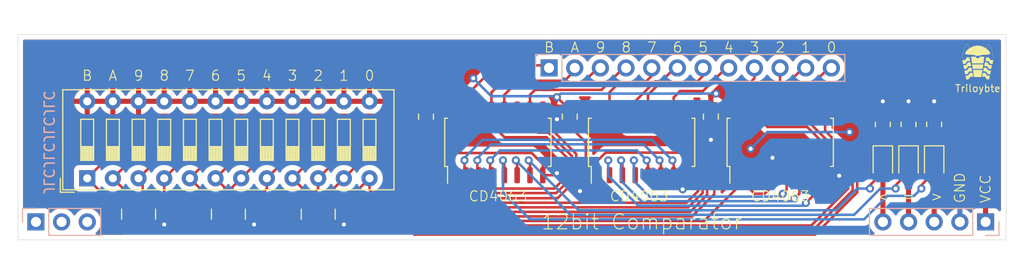
<source format=kicad_pcb>
(kicad_pcb (version 20211014) (generator pcbnew)
  (layers (0 "F.Cu" signal) (31 "B.Cu" signal) (34 "B.Paste" user) (35 "F.Paste" user) (36 "B.SilkS" user "B.Silkscreen") (37 "F.SilkS" user "F.Silkscreen") (38 "B.Mask" user) (39 "F.Mask" user) (44 "Edge.Cuts" user))
  (net 0 "")
  (net 1 "VCC")
  (net 2 "GND")
  (net 3 "Net-(U5-Pad5)")
  (net 4 "Net-(U5-Pad6)")
  (net 5 "Net-(U5-Pad7)")
  (net 6 "COUNT3")
  (net 7 "COUNT2")
  (net 8 "COUNT1")
  (net 9 "COUNT0")
  (net 10 "COUNT7")
  (net 11 "COUNT6")
  (net 12 "COUNT5")
  (net 13 "COUNT4")
  (net 14 "COUNT11")
  (net 15 "COUNT10")
  (net 16 "COUNT9")
  (net 17 "COUNT8")
  (net 18 "~{EQ0}")
  (net 19 "~{GT0}")
  (net 20 "~{LT0}")
  (net 21 "/Horizontal Timing/Comparator/D0_0")
  (net 22 "/Horizontal Timing/Comparator/D0_2")
  (net 23 "/Horizontal Timing/Comparator/D0_1")
  (net 24 "/Horizontal Timing/Comparator/D0_3")
  (net 25 "/Horizontal Timing/Comparator/D0_4")
  (net 26 "/Horizontal Timing/Comparator/D0_6")
  (net 27 "/Horizontal Timing/Comparator/D0_5")
  (net 28 "/Horizontal Timing/Comparator/D0_7")
  (net 29 "/Horizontal Timing/Comparator/D0_8")
  (net 30 "/Horizontal Timing/Comparator/D0_10")
  (net 31 "/Horizontal Timing/Comparator/D0_9")
  (net 32 "/Horizontal Timing/Comparator/D0_11")
  (net 33 "Net-(U4-Pad5)")
  (net 34 "Net-(U4-Pad6)")
  (net 35 "Net-(U4-Pad7)")
  (net 39 "Net-(D4-Pad1)")
  (net 40 "Net-(D5-Pad1)")
  (net 41 "Net-(D6-Pad1)")
  (footprint "LED_SMD:LED_0805_2012Metric" (layer "F.Cu") (at 197.612 99.06 -90)
    (fp_text reference "D6" hide)
    (fp_text value "LED" hide)
  )
  (footprint "Capacitor_SMD:C_0805_2012Metric" (layer "F.Cu") (at 161.544 94.488 -90)
    (fp_text reference "C11" hide)
    (fp_text value "C" hide)
  )
  (footprint "Capacitor_SMD:C_0805_2012Metric" (layer "F.Cu") (at 147.32 94.488 -90)
    (fp_text reference "C12" hide)
    (fp_text value "C" hide)
  )
  (footprint "Resistor_SMD:R_Array_Convex_4x0603" (layer "F.Cu") (at 118.872 104.14 -90)
    (fp_text reference "RN6" hide)
    (fp_text value "R_Pack04" hide)
  )
  (footprint "Resistor_SMD:R_Array_Convex_4x0603" (layer "F.Cu") (at 136.652 104.14 -90)
    (fp_text reference "RN4" hide)
    (fp_text value "R_Pack04" hide)
  )
  (footprint "Package_SO:SOIC-16_4.55x10.3mm_P1.27mm" (layer "F.Cu") (at 182.372 97.028 90)
    (fp_text reference "U4" hide)
    (fp_text value "CD4063" hide)
  )
  (footprint "Resistor_SMD:R_0805_2012Metric" (layer "F.Cu") (at 192.532 95.25 90)
    (fp_text reference "R4" hide)
    (fp_text value "R_US" hide)
  )
  (footprint "LED_SMD:LED_0805_2012Metric" (layer "F.Cu") (at 195.072 99.06 -90)
    (fp_text reference "D5" hide)
    (fp_text value "LED" hide)
  )
  (footprint "Resistor_SMD:R_0805_2012Metric" (layer "F.Cu") (at 195.072 95.25 90)
    (fp_text reference "R5" hide)
    (fp_text value "R_US" hide)
  )
  (footprint "Resistor_SMD:R_0805_2012Metric" (layer "F.Cu") (at 197.612 95.25 90)
    (fp_text reference "R6" hide)
    (fp_text value "R_US" hide)
  )
  (footprint "Package_SO:SOIC-16_4.55x10.3mm_P1.27mm" (layer "F.Cu") (at 154.432 97.028 90)
    (fp_text reference "U6" hide)
    (fp_text value "CD4063" hide)
  )
  (footprint "LED_SMD:LED_0805_2012Metric" (layer "F.Cu") (at 192.532 99.06 -90)
    (fp_text reference "D4" hide)
    (fp_text value "LED" hide)
  )
  (footprint "Stephenv6:trilobyte-logo-tiny" (layer "F.Cu") (at 201.92 83.188558)
    (fp_text reference "REF**" hide)
    (fp_text value "trilobyte-logo-tiny" hide)
  )
  (footprint "Button_Switch_THT:SW_DIP_SPSTx12_Slide_9.78x32.66mm_W7.62mm_P2.54mm" (layer "F.Cu") (at 113.787 100.584 90)
    (fp_text reference "SW2" hide)
    (fp_text value "SW_DIP_x12" hide)
  )
  (footprint "Resistor_SMD:R_Array_Convex_4x0603" (layer "F.Cu") (at 127.762 104.14 -90)
    (fp_text reference "RN5" hide)
    (fp_text value "R_Pack04" hide)
  )
  (footprint "Package_SO:SOIC-16_4.55x10.3mm_P1.27mm" (layer "F.Cu") (at 168.656 97.028 90)
    (fp_text reference "U5" hide)
    (fp_text value "CD4063" hide)
  )
  (footprint "Capacitor_SMD:C_0805_2012Metric" (layer "F.Cu") (at 175.514 94.488 -90)
    (fp_text reference "C13" hide)
    (fp_text value "C" hide)
  )
  (footprint "Connector_PinHeader_2.54mm:PinHeader_1x05_P2.54mm_Vertical" (layer "B.Cu") (at 202.697 104.902 90)
    (fp_text reference "J8" hide)
    (fp_text value "Conn_01x05" hide)
  )
  (footprint "Connector_PinHeader_2.54mm:PinHeader_1x03_P2.54mm_Vertical" (layer "B.Cu") (at 108.712 104.902 -90)
    (fp_text reference "J29" hide)
    (fp_text value "Conn_01x03" hide)
  )
  (footprint "Connector_PinHeader_2.54mm:PinHeader_1x12_P2.54mm_Vertical" (layer "B.Cu") (at 159.497 89.662 -90)
    (fp_text reference "J7" hide)
    (fp_text value "Conn_01x12" hide)
  )
  (gr_rect (start 106.934 106.68) (end 204.724 86.36) (layer "Edge.Cuts") (width 0.05) (fill none))
  (gr_text "JLCJLCJLCJLC" (at 109.982 97.028 270) (layer "B.SilkS") (effects (font (size 1 1)) (justify mirror)))
  (gr_text "7" (at 123.952 90.424) (layer "F.SilkS") (effects (font (size 1 1) (thickness 0.1))))
  (gr_text "6" (at 172.212 87.63) (layer "F.SilkS") (effects (font (size 1 1) (thickness 0.1))))
  (gr_text "1" (at 139.192 90.424) (layer "F.SilkS") (effects (font (size 1 1) (thickness 0.1))))
  (gr_text "<" (at 192.532 102.362) (layer "F.SilkS") (effects (font (size 1 1) (thickness 0.1))))
  (gr_text "=" (at 195.072 102.362) (layer "F.SilkS") (effects (font (size 1 1) (thickness 0.1))))
  (gr_text "0" (at 141.732 90.424) (layer "F.SilkS") (effects (font (size 1 1) (thickness 0.1))))
  (gr_text "B" (at 159.512 87.63) (layer "F.SilkS") (effects (font (size 1 1) (thickness 0.1))))
  (gr_text "5" (at 129.032 90.424) (layer "F.SilkS") (effects (font (size 1 1) (thickness 0.1))))
  (gr_text "7" (at 169.672 87.63) (layer "F.SilkS") (effects (font (size 1 1) (thickness 0.1))))
  (gr_text "9" (at 164.592 87.63) (layer "F.SilkS") (effects (font (size 1 1) (thickness 0.1))))
  (gr_text "CD4063" (at 182.387 102.362) (layer "F.SilkS") (effects (font (size 1 1) (thickness 0.1))))
  (gr_text "9" (at 118.872 90.424) (layer "F.SilkS") (effects (font (size 1 1) (thickness 0.1))))
  (gr_text "VCC" (at 202.692 103.124 90) (layer "F.SilkS") (effects (font (size 1 1) (thickness 0.1)) (justify left)))
  (gr_text "4" (at 177.292 87.63) (layer "F.SilkS") (effects (font (size 1 1) (thickness 0.1))))
  (gr_text "5" (at 174.752 87.63) (layer "F.SilkS") (effects (font (size 1 1) (thickness 0.1))))
  (gr_text "8" (at 121.412 90.424) (layer "F.SilkS") (effects (font (size 1 1) (thickness 0.1))))
  (gr_text "0" (at 187.452 87.63) (layer "F.SilkS") (effects (font (size 1 1) (thickness 0.1))))
  (gr_text "A" (at 162.052 87.63) (layer "F.SilkS") (effects (font (size 1 1) (thickness 0.1))))
  (gr_text "GND" (at 200.152 103.124 90) (layer "F.SilkS") (effects (font (size 1 1) (thickness 0.1)) (justify left)))
  (gr_text "8" (at 167.132 87.63) (layer "F.SilkS") (effects (font (size 1 1) (thickness 0.1))))
  (gr_text "Triloybte" (at 201.93 91.694) (layer "F.SilkS") (effects (font (size 0.7 0.7) (thickness 0.1))))
  (gr_text "3" (at 134.112 90.424) (layer "F.SilkS") (effects (font (size 1 1) (thickness 0.1))))
  (gr_text "6" (at 126.492 90.424) (layer "F.SilkS") (effects (font (size 1 1) (thickness 0.1))))
  (gr_text "A" (at 116.332 90.424) (layer "F.SilkS") (effects (font (size 1 1) (thickness 0.1))))
  (gr_text "3" (at 179.832 87.63) (layer "F.SilkS") (effects (font (size 1 1) (thickness 0.1))))
  (gr_text "12bit Comparator" (at 168.656 104.902) (layer "F.SilkS") (effects (font (size 1.5 1.5) (thickness 0.1))))
  (gr_text "B" (at 113.792 90.424) (layer "F.SilkS") (effects (font (size 1 1) (thickness 0.1))))
  (gr_text "1" (at 184.912 87.63) (layer "F.SilkS") (effects (font (size 1 1) (thickness 0.1))))
  (gr_text "CD4063" (at 154.447 102.362) (layer "F.SilkS") (effects (font (size 1 1) (thickness 0.1))))
  (gr_text "4" (at 131.572 90.424) (layer "F.SilkS") (effects (font (size 1 1) (thickness 0.1))))
  (gr_text "2" (at 182.372 87.63) (layer "F.SilkS") (effects (font (size 1 1) (thickness 0.1))))
  (gr_text "2" (at 136.652 90.424) (layer "F.SilkS") (effects (font (size 1 1) (thickness 0.1))))
  (gr_text ">" (at 197.866 102.362) (layer "F.SilkS") (effects (font (size 1 1) (thickness 0.1))))
  (gr_text "CD4063" (at 168.417 102.362) (layer "F.SilkS") (effects (font (size 1 1) (thickness 0.1))))
  (segment (start 149.747 93.538) (end 147.32 93.538) (width 0.25) (layer "F.Cu") (net 1))
  (segment (start 175.514 92.71) (end 176.022 92.202) (width 0.25) (layer "F.Cu") (net 1))
  (segment (start 177.927 96.139) (end 177.927 93.778) (width 0.25) (layer "F.Cu") (net 1))
  (segment (start 164.211 93.778) (end 161.784 93.778) (width 0.25) (layer "F.Cu") (net 1))
  (segment (start 180.467 98.679) (end 177.927 96.139) (width 0.25) (layer "F.Cu") (net 1))
  (segment (start 175.514 93.538) (end 177.687 93.538) (width 0.25) (layer "F.Cu") (net 1))
  (segment (start 161.544 93.538) (end 161.256478 93.538) (width 0.25) (layer "F.Cu") (net 1))
  (segment (start 177.687 93.538) (end 177.927 93.778) (width 0.25) (layer "F.Cu") (net 1))
  (segment (start 175.514 93.538) (end 175.514 92.71) (width 0.25) (layer "F.Cu") (net 1))
  (segment (start 161.256478 93.538) (end 160.274 92.555522) (width 0.25) (layer "F.Cu") (net 1))
  (segment (start 149.987 93.778) (end 149.747 93.538) (width 0.25) (layer "F.Cu") (net 1))
  (segment (start 161.784 93.778) (end 161.544 93.538) (width 0.25) (layer "F.Cu") (net 1))
  (segment (start 180.467 100.278) (end 180.467 98.679) (width 0.25) (layer "F.Cu") (net 1))
  (via (at 160.274 92.555522) (size 0.8) (drill 0.4) (layers "F.Cu" "B.Cu") (net 1))
  (via (at 176.022 92.202) (size 0.8) (drill 0.4) (layers "F.Cu" "B.Cu") (net 1))
  (via (at 151.991896 90.678) (size 0.8) (drill 0.4) (layers "F.Cu" "B.Cu") (net 1))
  (via (at 179.451 97.663) (size 0.8) (drill 0.4) (layers "F.Cu" "B.Cu") (net 1))
  (via (at 189.23 96.012) (size 0.8) (drill 0.4) (layers "F.Cu" "B.Cu") (net 1))
  (segment (start 181.102 96.012) (end 189.23 96.012) (width 0.25) (layer "B.Cu") (net 1))
  (segment (start 160.174478 92.456) (end 160.274 92.555522) (width 0.25) (layer "B.Cu") (net 1))
  (segment (start 179.451 97.663) (end 181.102 96.012) (width 0.25) (layer "B.Cu") (net 1))
  (segment (start 176.022 92.202) (end 160.627522 92.202) (width 0.25) (layer "B.Cu") (net 1))
  (segment (start 160.627522 92.202) (end 160.274 92.555522) (width 0.25) (layer "B.Cu") (net 1))
  (segment (start 153.769896 92.456) (end 160.174478 92.456) (width 0.25) (layer "B.Cu") (net 1))
  (segment (start 151.991896 90.678) (end 153.769896 92.456) (width 0.25) (layer "B.Cu") (net 1))
  (segment (start 192.532 94.3375) (end 192.532 92.964) (width 0.5) (layer "F.Cu") (net 2))
  (segment (start 181.737 101.219) (end 181.737 100.278) (width 0.25) (layer "F.Cu") (net 2))
  (segment (start 157.780099 98.081499) (end 158.204501 98.505901) (width 0.25) (layer "F.Cu") (net 2))
  (segment (start 120.072 105.04) (end 121.296 105.04) (width 0.25) (layer "F.Cu") (net 2))
  (segment (start 188.162 100.278) (end 188.214 100.33) (width 0.25) (layer "F.Cu") (net 2))
  (segment (start 160.97 95.438) (end 160.274 94.742) (width 0.25) (layer "F.Cu") (net 2))
  (segment (start 180.848 102.108) (end 181.737 101.219) (width 0.25) (layer "F.Cu") (net 2))
  (segment (start 173.101 101.294945) (end 172.72 101.675945) (width 0.25) (layer "F.Cu") (net 2))
  (segment (start 195.072 94.3375) (end 195.072 92.964) (width 0.5) (layer "F.Cu") (net 2))
  (segment (start 158.204501 98.505901) (end 158.204501 98.514501) (width 0.25) (layer "F.Cu") (net 2))
  (segment (start 175.514 95.438) (end 175.514 96.774) (width 0.25) (layer "F.Cu") (net 2))
  (segment (start 135.452 105.04) (end 137.852 105.04) (width 0.25) (layer "F.Cu") (net 2))
  (segment (start 173.101 100.278) (end 173.101 101.294945) (width 0.25) (layer "F.Cu") (net 2))
  (segment (start 179.197 100.278) (end 179.197 101.473) (width 0.25) (layer "F.Cu") (net 2))
  (segment (start 130.186 105.04) (end 130.302 105.156) (width 0.25) (layer "F.Cu") (net 2))
  (segment (start 160.072 100.278) (end 160.274 100.076) (width 0.25) (layer "F.Cu") (net 2))
  (segment (start 158.877 99.187) (end 158.877 100.278) (width 0.25) (layer "F.Cu") (net 2))
  (segment (start 139.076 105.04) (end 139.192 105.156) (width 0.25) (layer "F.Cu") (net 2))
  (segment (start 186.817 100.278) (end 188.162 100.278) (width 0.25) (layer "F.Cu") (net 2))
  (segment (start 128.962 105.04) (end 126.562 105.04) (width 0.25) (layer "F.Cu") (net 2))
  (segment (start 163.134 97.028) (end 163.134 101.28) (width 0.25) (layer "F.Cu") (net 2))
  (segment (start 181.737 100.278) (end 181.737 98.679) (width 0.25) (layer "F.Cu") (net 2))
  (segment (start 121.296 105.04) (end 121.412 105.156) (width 0.25) (layer "F.Cu") (net 2))
  (segment (start 163.134 101.28) (end 162.56 101.854) (width 0.25) (layer "F.Cu") (net 2))
  (segment (start 161.544 95.438) (end 163.134 97.028) (width 0.25) (layer "F.Cu") (net 2))
  (segment (start 158.204501 98.514501) (end 158.877 99.187) (width 0.25) (layer "F.Cu") (net 2))
  (segment (start 161.544 95.438) (end 160.97 95.438) (width 0.25) (layer "F.Cu") (net 2))
  (segment (start 179.197 101.473) (end 179.832 102.108) (width 0.25) (layer "F.Cu") (net 2))
  (segment (start 147.32 95.438) (end 149.963499 98.081499) (width 0.25) (layer "F.Cu") (net 2))
  (segment (start 179.832 102.108) (end 180.848 102.108) (width 0.25) (layer "F.Cu") (net 2))
  (segment (start 120.072 105.04) (end 117.672 105.04) (width 0.25) (layer "F.Cu") (net 2))
  (segment (start 149.963499 98.081499) (end 157.780099 98.081499) (width 0.25) (layer "F.Cu") (net 2))
  (segment (start 137.852 105.04) (end 139.076 105.04) (width 0.25) (layer "F.Cu") (net 2))
  (segment (start 181.737 98.679) (end 181.61 98.552) (width 0.25) (layer "F.Cu") (net 2))
  (segment (start 158.877 100.278) (end 160.072 100.278) (width 0.25) (layer "F.Cu") (net 2))
  (segment (start 197.612 94.3375) (end 197.612 92.964) (width 0.5) (layer "F.Cu") (net 2))
  (segment (start 128.962 105.04) (end 130.186 105.04) (width 0.25) (layer "F.Cu") (net 2))
  (via (at 192.532 92.964) (size 0.8) (drill 0.4) (layers "F.Cu" "B.Cu") (net 2))
  (via (at 175.514 96.774) (size 0.8) (drill 0.4) (layers "F.Cu" "B.Cu") (net 2))
  (via (at 172.72 101.675945) (size 0.8) (drill 0.4) (layers "F.Cu" "B.Cu") (net 2))
  (via (at 188.214 100.33) (size 0.8) (drill 0.4) (layers "F.Cu" "B.Cu") (net 2))
  (via (at 139.192 105.156) (size 0.8) (drill 0.4) (layers "F.Cu" "B.Cu") (net 2))
  (via (at 197.612 92.964) (size 0.8) (drill 0.4) (layers "F.Cu" "B.Cu") (net 2))
  (via (at 121.412 105.156) (size 0.8) (drill 0.4) (layers "F.Cu" "B.Cu") (net 2))
  (via (at 160.274 100.076) (size 0.8) (drill 0.4) (layers "F.Cu" "B.Cu") (net 2))
  (via (at 195.072 92.964) (size 0.8) (drill 0.4) (layers "F.Cu" "B.Cu") (net 2))
  (via (at 130.302 105.156) (size 0.8) (drill 0.4) (layers "F.Cu" "B.Cu") (net 2))
  (via (at 160.274 94.742) (size 0.8) (drill 0.4) (layers "F.Cu" "B.Cu") (net 2))
  (via (at 181.61 98.552) (size 0.8) (drill 0.4) (layers "F.Cu" "B.Cu") (net 2))
  (via (at 162.56 101.854) (size 0.8) (drill 0.4) (layers "F.Cu" "B.Cu") (net 2))
  (segment (start 169.291 98.933) (end 169.164 98.806) (width 0.25) (layer "F.Cu") (net 3))
  (segment (start 153.67 100.151) (end 153.797 100.278) (width 0.25) (layer "F.Cu") (net 3))
  (segment (start 169.291 100.278) (end 169.291 98.933) (width 0.25) (layer "F.Cu") (net 3))
  (segment (start 153.67 98.806) (end 153.67 100.151) (width 0.25) (layer "F.Cu") (net 3))
  (via (at 169.164 98.806) (size 0.8) (drill 0.4) (layers "F.Cu" "B.Cu") (net 3))
  (via (at 153.67 98.806) (size 0.8) (drill 0.4) (layers "F.Cu" "B.Cu") (net 3))
  (segment (start 168.185499 97.827499) (end 154.639901 97.827499) (width 0.25) (layer "B.Cu") (net 3))
  (segment (start 153.67 98.7974) (end 153.67 98.806) (width 0.25) (layer "B.Cu") (net 3))
  (segment (start 154.639901 97.827499) (end 153.67 98.7974) (width 0.25) (layer "B.Cu") (net 3))
  (segment (start 169.164 98.806) (end 168.185499 97.827499) (width 0.25) (layer "B.Cu") (net 3))
  (segment (start 170.561 98.933) (end 170.434 98.806) (width 0.25) (layer "F.Cu") (net 4))
  (segment (start 152.4 100.151) (end 152.527 100.278) (width 0.25) (layer "F.Cu") (net 4))
  (segment (start 152.4 98.806) (end 152.4 100.151) (width 0.25) (layer "F.Cu") (net 4))
  (segment (start 170.561 100.278) (end 170.561 98.933) (width 0.25) (layer "F.Cu") (net 4))
  (via (at 152.4 98.806) (size 0.8) (drill 0.4) (layers "F.Cu" "B.Cu") (net 4))
  (via (at 170.434 98.806) (size 0.8) (drill 0.4) (layers "F.Cu" "B.Cu") (net 4))
  (segment (start 168.85151 97.22351) (end 153.757389 97.223511) (width 0.25) (layer "B.Cu") (net 4))
  (segment (start 170.434 98.806) (end 168.85151 97.22351) (width 0.25) (layer "B.Cu") (net 4))
  (segment (start 153.757389 97.223511) (end 152.4 98.5809) (width 0.25) (layer "B.Cu") (net 4))
  (segment (start 152.4 98.5809) (end 152.4 98.806) (width 0.25) (layer "B.Cu") (net 4))
  (segment (start 171.831 98.933) (end 171.704 98.806) (width 0.25) (layer "F.Cu") (net 5))
  (segment (start 151.13 100.151) (end 151.257 100.278) (width 0.25) (layer "F.Cu") (net 5))
  (segment (start 151.13 98.806) (end 151.13 100.151) (width 0.25) (layer "F.Cu") (net 5))
  (segment (start 171.831 100.278) (end 171.831 98.933) (width 0.25) (layer "F.Cu") (net 5))
  (via (at 171.704 98.806) (size 0.8) (drill 0.4) (layers "F.Cu" "B.Cu") (net 5))
  (via (at 151.13 98.806) (size 0.8) (drill 0.4) (layers "F.Cu" "B.Cu") (net 5))
  (segment (start 171.704 98.806) (end 169.672 96.774) (width 0.25) (layer "B.Cu") (net 5))
  (segment (start 169.672 96.774) (end 168.402 96.774) (width 0.25) (layer "B.Cu") (net 5))
  (segment (start 151.638 98.044) (end 151.13 98.552) (width 0.25) (layer "B.Cu") (net 5))
  (segment (start 152.908 96.774) (end 151.638 98.044) (width 0.25) (layer "B.Cu") (net 5))
  (segment (start 168.402 96.774) (end 152.908 96.774) (width 0.25) (layer "B.Cu") (net 5))
  (segment (start 151.13 98.552) (end 151.13 98.806) (width 0.25) (layer "B.Cu") (net 5))
  (segment (start 179.197 91.313) (end 179.197 93.778) (width 0.25) (layer "F.Cu") (net 6))
  (segment (start 179.817 89.408) (end 179.817 90.693) (width 0.25) (layer "F.Cu") (net 6))
  (segment (start 179.817 90.693) (end 179.197 91.313) (width 0.25) (layer "F.Cu") (net 6))
  (segment (start 182.357 90.947) (end 181.737 91.567) (width 0.25) (layer "F.Cu") (net 7))
  (segment (start 182.357 89.408) (end 182.357 90.947) (width 0.25) (layer "F.Cu") (net 7))
  (segment (start 181.737 91.567) (end 181.737 93.778) (width 0.25) (layer "F.Cu") (net 7))
  (segment (start 183.007 91.298) (end 183.007 93.778) (width 0.25) (layer "F.Cu") (net 8))
  (segment (start 184.897 89.408) (end 183.007 91.298) (width 0.25) (layer "F.Cu") (net 8))
  (segment (start 185.547 91.298) (end 185.547 93.778) (width 0.25) (layer "F.Cu") (net 9))
  (segment (start 187.437 89.408) (end 185.547 91.298) (width 0.25) (layer "F.Cu") (net 9))
  (segment (start 165.481 92.075) (end 165.481 93.778) (width 0.25) (layer "F.Cu") (net 10))
  (segment (start 169.657 90.439) (end 168.656 91.44) (width 0.25) (layer "F.Cu") (net 10))
  (segment (start 169.657 89.408) (end 169.657 90.439) (width 0.25) (layer "F.Cu") (net 10))
  (segment (start 168.656 91.44) (end 166.116 91.44) (width 0.25) (layer "F.Cu") (net 10))
  (segment (start 166.116 91.44) (end 165.481 92.075) (width 0.25) (layer "F.Cu") (net 10))
  (segment (start 169.993806 90.99049) (end 168.021 92.963296) (width 0.25) (layer "F.Cu") (net 11))
  (segment (start 170.614511 90.990489) (end 169.993806 90.99049) (width 0.25) (layer "F.Cu") (net 11))
  (segment (start 168.021 92.963296) (end 168.021 93.778) (width 0.25) (layer "F.Cu") (net 11))
  (segment (start 172.197 89.408) (end 170.614511 90.990489) (width 0.25) (layer "F.Cu") (net 11))
  (segment (start 169.291 92.329) (end 169.291 93.778) (width 0.25) (layer "F.Cu") (net 12))
  (segment (start 170.18 91.44) (end 169.291 92.329) (width 0.25) (layer "F.Cu") (net 12))
  (segment (start 174.737 90.439) (end 173.736 91.44) (width 0.25) (layer "F.Cu") (net 12))
  (segment (start 174.737 89.408) (end 174.737 90.439) (width 0.25) (layer "F.Cu") (net 12))
  (segment (start 173.736 91.44) (end 170.18 91.44) (width 0.25) (layer "F.Cu") (net 12))
  (segment (start 172.466 91.948) (end 171.831 92.583) (width 0.25) (layer "F.Cu") (net 13))
  (segment (start 174.737 91.948) (end 172.466 91.948) (width 0.25) (layer "F.Cu") (net 13))
  (segment (start 177.277 89.408) (end 174.737 91.948) (width 0.25) (layer "F.Cu") (net 13))
  (segment (start 171.831 92.583) (end 171.831 93.778) (width 0.25) (layer "F.Cu") (net 13))
  (segment (start 151.257 92.437496) (end 151.257 93.778) (width 0.25) (layer "F.Cu") (net 14))
  (segment (start 154.286496 89.408) (end 151.257 92.437496) (width 0.25) (layer "F.Cu") (net 14))
  (segment (start 159.497 89.408) (end 154.286496 89.408) (width 0.25) (layer "F.Cu") (net 14))
  (segment (start 153.797 92.075) (end 153.797 93.778) (width 0.25) (layer "F.Cu") (net 15))
  (segment (start 162.037 89.408) (end 162.037 89.931) (width 0.25) (layer "F.Cu") (net 15))
  (segment (start 162.037 89.931) (end 161.036 90.932) (width 0.25) (layer "F.Cu") (net 15))
  (segment (start 161.036 90.932) (end 154.94 90.932) (width 0.25) (layer "F.Cu") (net 15))
  (segment (start 154.94 90.932) (end 153.797 92.075) (width 0.25) (layer "F.Cu") (net 15))
  (segment (start 162.603489 91.381511) (end 164.577 89.408) (width 0.25) (layer "F.Cu") (net 16))
  (segment (start 156.014489 91.381511) (end 162.603489 91.381511) (width 0.25) (layer "F.Cu") (net 16))
  (segment (start 155.067 92.329) (end 156.014489 91.381511) (width 0.25) (layer "F.Cu") (net 16))
  (segment (start 155.067 93.778) (end 155.067 92.329) (width 0.25) (layer "F.Cu") (net 16))
  (segment (start 157.607 92.329) (end 157.607 93.778) (width 0.25) (layer "F.Cu") (net 17))
  (segment (start 164.693978 91.831022) (end 158.104978 91.831022) (width 0.25) (layer "F.Cu") (net 17))
  (segment (start 167.117 89.408) (end 164.693978 91.831022) (width 0.25) (layer "F.Cu") (net 17))
  (segment (start 158.104978 91.831022) (end 157.607 92.329) (width 0.25) (layer "F.Cu") (net 17))
  (segment (start 195.072 104.643) (end 195.077 104.648) (width 0.5) (layer "F.Cu") (net 18))
  (segment (start 195.072 99.9975) (end 195.072 104.643) (width 0.5) (layer "F.Cu") (net 18))
  (segment (start 156.337 100.278) (end 156.337 98.933) (width 0.25) (layer "F.Cu") (net 18))
  (segment (start 156.337 98.933) (end 156.21 98.806) (width 0.25) (layer "F.Cu") (net 18))
  (segment (start 193.802 101.2675) (end 195.072 99.9975) (width 0.25) (layer "F.Cu") (net 18))
  (segment (start 193.802 101.6) (end 193.802 101.2675) (width 0.25) (layer "F.Cu") (net 18))
  (via (at 193.802 101.6) (size 0.8) (drill 0.4) (layers "F.Cu" "B.Cu") (net 18))
  (via (at 156.21 98.806) (size 0.8) (drill 0.4) (layers "F.Cu" "B.Cu") (net 18))
  (segment (start 156.21 98.806) (end 161.602489 104.198489) (width 0.25) (layer "B.Cu") (net 18))
  (segment (start 192.2866 101.6) (end 193.802 101.6) (width 0.25) (layer "B.Cu") (net 18))
  (segment (start 189.688111 104.198489) (end 192.2866 101.6) (width 0.25) (layer "B.Cu") (net 18))
  (segment (start 161.602489 104.198489) (end 189.688111 104.198489) (width 0.25) (layer "B.Cu") (net 18))
  (segment (start 197.612 99.9975) (end 197.612 104.643) (width 0.5) (layer "F.Cu") (net 19))
  (segment (start 196.342 101.2675) (end 197.612 99.9975) (width 0.25) (layer "F.Cu") (net 19))
  (segment (start 197.612 104.643) (end 197.617 104.648) (width 0.5) (layer "F.Cu") (net 19))
  (segment (start 196.342 101.6) (end 196.342 101.2675) (width 0.25) (layer "F.Cu") (net 19))
  (segment (start 155.067 98.933) (end 154.94 98.806) (width 0.25) (layer "F.Cu") (net 19))
  (segment (start 155.067 100.278) (end 155.067 98.933) (width 0.25) (layer "F.Cu") (net 19))
  (via (at 154.94 98.806) (size 0.8) (drill 0.4) (layers "F.Cu" "B.Cu") (net 19))
  (via (at 196.342 101.6) (size 0.8) (drill 0.4) (layers "F.Cu" "B.Cu") (net 19))
  (segment (start 192.993901 102.324501) (end 195.617499 102.324501) (width 0.25) (layer "B.Cu") (net 19))
  (segment (start 157.606296 104.648) (end 190.670402 104.648) (width 0.25) (layer "B.Cu") (net 19))
  (segment (start 154.94 101.981704) (end 157.606296 104.648) (width 0.25) (layer "B.Cu") (net 19))
  (segment (start 195.617499 102.324501) (end 196.342 101.6) (width 0.25) (layer "B.Cu") (net 19))
  (segment (start 154.94 98.806) (end 154.94 101.981704) (width 0.25) (layer "B.Cu") (net 19))
  (segment (start 190.670402 104.648) (end 192.993901 102.324501) (width 0.25) (layer "B.Cu") (net 19))
  (segment (start 157.607 98.933) (end 157.48 98.806) (width 0.25) (layer "F.Cu") (net 20))
  (segment (start 192.537 104.648) (end 192.537 100.0025) (width 0.5) (layer "F.Cu") (net 20))
  (segment (start 192.537 100.0025) (end 192.532 99.9975) (width 0.5) (layer "F.Cu") (net 20))
  (segment (start 191.262 101.6) (end 191.262 101.2675) (width 0.25) (layer "F.Cu") (net 20))
  (segment (start 191.262 101.2675) (end 192.532 99.9975) (width 0.25) (layer "F.Cu") (net 20))
  (segment (start 157.607 100.278) (end 157.607 98.933) (width 0.25) (layer "F.Cu") (net 20))
  (via (at 157.48 98.806) (size 0.8) (drill 0.4) (layers "F.Cu" "B.Cu") (net 20))
  (via (at 191.262 101.6) (size 0.8) (drill 0.4) (layers "F.Cu" "B.Cu") (net 20))
  (segment (start 162.422978 103.748978) (end 187.843022 103.748978) (width 0.25) (layer "B.Cu") (net 20))
  (segment (start 189.992 101.6) (end 191.262 101.6) (width 0.25) (layer "B.Cu") (net 20))
  (segment (start 157.48 98.806) (end 162.422978 103.748978) (width 0.25) (layer "B.Cu") (net 20))
  (segment (start 187.843022 103.748978) (end 189.992 101.6) (width 0.25) (layer "B.Cu") (net 20))
  (segment (start 185.821518 106.153594) (end 189.992 101.983112) (width 0.25) (layer "F.Cu") (net 21))
  (segment (start 189.992 101.983112) (end 189.992 99.06) (width 0.25) (layer "F.Cu") (net 21))
  (segment (start 141.727 100.584) (end 141.727 101.71537) (width 0.25) (layer "F.Cu") (net 21))
  (segment (start 139.949 102.362) (end 138.43 102.362) (width 0.25) (layer "F.Cu") (net 21))
  (segment (start 138.43 102.362) (end 137.852 102.94) (width 0.25) (layer "F.Cu") (net 21))
  (segment (start 189.992 99.06) (end 186.817 95.885) (width 0.25) (layer "F.Cu") (net 21))
  (segment (start 141.727 101.71537) (end 146.165224 106.153594) (width 0.25) (layer "F.Cu") (net 21))
  (segment (start 186.817 95.885) (end 186.817 93.778) (width 0.25) (layer "F.Cu") (net 21))
  (segment (start 137.852 102.94) (end 137.852 103.24) (width 0.25) (layer "F.Cu") (net 21))
  (segment (start 146.165224 106.153594) (end 185.821518 106.153594) (width 0.25) (layer "F.Cu") (net 21))
  (segment (start 141.727 100.584) (end 139.949 102.362) (width 0.25) (layer "F.Cu") (net 21))
  (segment (start 181.102 95.504) (end 180.467 94.869) (width 0.25) (layer "F.Cu") (net 22))
  (segment (start 136.647 100.584) (end 138.874511 98.356489) (width 0.25) (layer "F.Cu") (net 22))
  (segment (start 136.647 101.605) (end 136.252 102) (width 0.25) (layer "F.Cu") (net 22))
  (segment (start 185.449131 105.254573) (end 189.092978 101.610726) (width 0.25) (layer "F.Cu") (net 22))
  (segment (start 136.647 100.584) (end 136.647 101.605) (width 0.25) (layer "F.Cu") (net 22))
  (segment (start 143.705511 99.891215) (end 143.705512 102.048104) (width 0.25) (layer "F.Cu") (net 22))
  (segment (start 189.092978 101.610726) (end 189.092978 99.548674) (width 0.25) (layer "F.Cu") (net 22))
  (segment (start 143.705512 102.048104) (end 146.911979 105.254571) (width 0.25) (layer "F.Cu") (net 22))
  (segment (start 188.700292 99.155988) (end 188.6996 99.155988) (width 0.25) (layer "F.Cu") (net 22))
  (segment (start 189.092978 99.548674) (end 188.700292 99.155988) (width 0.25) (layer "F.Cu") (net 22))
  (segment (start 142.170787 98.356491) (end 143.705511 99.891215) (width 0.25) (layer "F.Cu") (net 22))
  (segment (start 136.252 102) (end 136.252 103.24) (width 0.25) (layer "F.Cu") (net 22))
  (segment (start 180.467 94.869) (end 180.467 93.778) (width 0.25) (layer "F.Cu") (net 22))
  (segment (start 138.874511 98.356489) (end 142.170787 98.356491) (width 0.25) (layer "F.Cu") (net 22))
  (segment (start 146.911979 105.254571) (end 185.449131 105.254573) (width 0.25) (layer "F.Cu") (net 22))
  (segment (start 188.6996 99.155988) (end 185.047612 95.504) (width 0.25) (layer "F.Cu") (net 22))
  (segment (start 185.047612 95.504) (end 181.102 95.504) (width 0.25) (layer "F.Cu") (net 22))
  (segment (start 185.635324 105.704084) (end 146.725786 105.704082) (width 0.25) (layer "F.Cu") (net 23))
  (segment (start 143.256 102.234296) (end 143.256 100.077408) (width 0.25) (layer "F.Cu") (net 23))
  (segment (start 139.187 100.584) (end 137.052 102.719) (width 0.25) (layer "F.Cu") (net 23))
  (segment (start 141.984593 98.806001) (end 140.965 98.806) (width 0.25) (layer "F.Cu") (net 23))
  (segment (start 137.052 102.719) (end 137.052 103.24) (width 0.25) (layer "F.Cu") (net 23))
  (segment (start 189.542489 101.796919) (end 185.635324 105.704084) (width 0.25) (layer "F.Cu") (net 23))
  (segment (start 140.965 98.806) (end 139.187 100.584) (width 0.25) (layer "F.Cu") (net 23))
  (segment (start 189.542489 99.362481) (end 189.54249 100.686596) (width 0.25) (layer "F.Cu") (net 23))
  (segment (start 184.277 93.778) (end 184.277 94.096992) (width 0.25) (layer "F.Cu") (net 23))
  (segment (start 143.256 100.077408) (end 141.984593 98.806001) (width 0.25) (layer "F.Cu") (net 23))
  (segment (start 184.277 94.096992) (end 189.542489 99.362481) (width 0.25) (layer "F.Cu") (net 23))
  (segment (start 146.725786 105.704082) (end 143.256 102.234296) (width 0.25) (layer "F.Cu") (net 23))
  (segment (start 189.54249 100.686596) (end 189.542489 101.796919) (width 0.25) (layer "F.Cu") (net 23))
  (segment (start 147.098173 104.805061) (end 174.848939 104.805061) (width 0.25) (layer "F.Cu") (net 24))
  (segment (start 174.848939 104.805061) (end 177.927 101.727) (width 0.25) (layer "F.Cu") (net 24))
  (segment (start 134.107 100.584) (end 135.123 101.6) (width 0.25) (layer "F.Cu") (net 24))
  (segment (start 144.155022 101.861911) (end 147.098173 104.805061) (width 0.25) (layer "F.Cu") (net 24))
  (segment (start 134.107 100.584) (end 136.784021 97.906979) (width 0.25) (layer "F.Cu") (net 24))
  (segment (start 144.155022 99.705022) (end 144.155022 101.861911) (width 0.25) (layer "F.Cu") (net 24))
  (segment (start 142.356979 97.906979) (end 144.155022 99.705022) (width 0.25) (layer "F.Cu") (net 24))
  (segment (start 136.784021 97.906979) (end 142.356979 97.906979) (width 0.25) (layer "F.Cu") (net 24))
  (segment (start 135.452 101.924) (end 135.452 103.24) (width 0.25) (layer "F.Cu") (net 24))
  (segment (start 135.128 101.6) (end 135.452 101.924) (width 0.25) (layer "F.Cu") (net 24))
  (segment (start 177.927 101.727) (end 177.927 100.278) (width 0.25) (layer "F.Cu") (net 24))
  (segment (start 135.123 101.6) (end 135.128 101.6) (width 0.25) (layer "F.Cu") (net 24))
  (segment (start 147.284366 104.35555) (end 173.64956 104.355552) (width 0.25) (layer "F.Cu") (net 25))
  (segment (start 130.81 102.362) (end 131.567 101.605) (width 0.25) (layer "F.Cu") (net 25))
  (segment (start 175.846531 98.755419) (end 173.101 96.009888) (width 0.25) (layer "F.Cu") (net 25))
  (segment (start 173.101 96.009888) (end 173.101 93.778) (width 0.25) (layer "F.Cu") (net 25))
  (segment (start 134.693532 97.457468) (end 142.543173 97.457469) (width 0.25) (layer "F.Cu") (net 25))
  (segment (start 144.604532 99.518828) (end 144.604533 101.675717) (width 0.25) (layer "F.Cu") (net 25))
  (segment (start 144.604533 101.675717) (end 147.284366 104.35555) (width 0.25) (layer "F.Cu") (net 25))
  (segment (start 173.64956 104.355552) (end 175.846531 102.158581) (width 0.25) (layer "F.Cu") (net 25))
  (segment (start 129.54 102.362) (end 130.81 102.362) (width 0.25) (layer "F.Cu") (net 25))
  (segment (start 175.846531 102.158581) (end 175.846531 98.755419) (width 0.25) (layer "F.Cu") (net 25))
  (segment (start 128.962 103.24) (end 128.962 102.94) (width 0.25) (layer "F.Cu") (net 25))
  (segment (start 131.567 101.605) (end 131.567 100.584) (width 0.25) (layer "F.Cu") (net 25))
  (segment (start 128.962 102.94) (end 129.54 102.362) (width 0.25) (layer "F.Cu") (net 25))
  (segment (start 142.543173 97.457469) (end 144.604532 99.518828) (width 0.25) (layer "F.Cu") (net 25))
  (segment (start 131.567 100.584) (end 134.693532 97.457468) (width 0.25) (layer "F.Cu") (net 25))
  (segment (start 127.362 101.459) (end 127.362 103.24) (width 0.25) (layer "F.Cu") (net 26))
  (segment (start 142.91556 96.558448) (end 145.503554 99.146442) (width 0.25) (layer "F.Cu") (net 26))
  (segment (start 145.503555 101.303331) (end 147.656752 103.456528) (width 0.25) (layer "F.Cu") (net 26))
  (segment (start 167.255901 95.749401) (end 166.751 95.2445) (width 0.25) (layer "F.Cu") (net 26))
  (segment (start 171.569105 95.749401) (end 167.255901 95.749401) (width 0.25) (layer "F.Cu") (net 26))
  (segment (start 147.656752 103.456528) (end 173.277173 103.456531) (width 0.25) (layer "F.Cu") (net 26))
  (segment (start 130.512553 96.558447) (end 142.91556 96.558448) (width 0.25) (layer "F.Cu") (net 26))
  (segment (start 173.277173 103.456531) (end 174.693511 102.040193) (width 0.25) (layer "F.Cu") (net 26))
  (segment (start 166.751 95.2445) (end 166.751 93.778) (width 0.25) (layer "F.Cu") (net 26))
  (segment (start 145.503554 99.146442) (end 145.503555 101.303331) (width 0.25) (layer "F.Cu") (net 26))
  (segment (start 126.487 100.584) (end 130.512553 96.558447) (width 0.25) (layer "F.Cu") (net 26))
  (segment (start 174.693511 102.040193) (end 174.69351 98.873806) (width 0.25) (layer "F.Cu") (net 26))
  (segment (start 174.69351 98.873806) (end 171.569105 95.749401) (width 0.25) (layer "F.Cu") (net 26))
  (segment (start 126.487 100.584) (end 127.362 101.459) (width 0.25) (layer "F.Cu") (net 26))
  (segment (start 132.603042 97.007958) (end 129.027 100.584) (width 0.25) (layer "F.Cu") (net 27))
  (segment (start 170.561 93.778) (end 170.561 94.105592) (width 0.25) (layer "F.Cu") (net 27))
  (segment (start 175.143021 98.687613) (end 175.143021 102.226387) (width 0.25) (layer "F.Cu") (net 27))
  (segment (start 147.470558 103.906038) (end 145.054044 101.489524) (width 0.25) (layer "F.Cu") (net 27))
  (segment (start 129.027 100.584) (end 128.162 101.449) (width 0.25) (layer "F.Cu") (net 27))
  (segment (start 145.054043 99.332635) (end 142.729367 97.007959) (width 0.25) (layer "F.Cu") (net 27))
  (segment (start 128.162 101.449) (end 128.162 103.24) (width 0.25) (layer "F.Cu") (net 27))
  (segment (start 170.561 94.105592) (end 175.143021 98.687613) (width 0.25) (layer "F.Cu") (net 27))
  (segment (start 145.054044 101.489524) (end 145.054043 99.332635) (width 0.25) (layer "F.Cu") (net 27))
  (segment (start 173.463366 103.906042) (end 147.470558 103.906038) (width 0.25) (layer "F.Cu") (net 27))
  (segment (start 175.143021 102.226387) (end 173.463366 103.906042) (width 0.25) (layer "F.Cu") (net 27))
  (segment (start 142.729367 97.007959) (end 132.603042 97.007958) (width 0.25) (layer "F.Cu") (net 27))
  (segment (start 173.090979 103.007021) (end 147.842944 103.007016) (width 0.25) (layer "F.Cu") (net 28))
  (segment (start 145.953065 98.960249) (end 143.101754 96.108938) (width 0.25) (layer "F.Cu") (net 28))
  (segment (start 145.953065 101.117137) (end 145.953065 98.960249) (width 0.25) (layer "F.Cu") (net 28))
  (segment (start 147.842944 103.007016) (end 145.953065 101.117137) (width 0.25) (layer "F.Cu") (net 28))
  (segment (start 173.228 98.044) (end 174.244 99.06) (width 0.25) (layer "F.Cu") (net 28))
  (segment (start 126.562 103.199) (end 126.562 103.24) (width 0.25) (layer "F.Cu") (net 28))
  (segment (start 174.244 101.854) (end 173.090979 103.007021) (width 0.25) (layer "F.Cu") (net 28))
  (segment (start 164.211 100.278) (end 164.211 98.9244) (width 0.25) (layer "F.Cu") (net 28))
  (segment (start 165.0914 98.044) (end 173.228 98.044) (width 0.25) (layer "F.Cu") (net 28))
  (segment (start 123.947 100.584) (end 126.562 103.199) (width 0.25) (layer "F.Cu") (net 28))
  (segment (start 128.422063 96.108937) (end 123.947 100.584) (width 0.25) (layer "F.Cu") (net 28))
  (segment (start 164.211 98.9244) (end 165.0914 98.044) (width 0.25) (layer "F.Cu") (net 28))
  (segment (start 143.101754 96.108938) (end 128.422063 96.108937) (width 0.25) (layer "F.Cu") (net 28))
  (segment (start 174.244 99.06) (end 174.244 101.854) (width 0.25) (layer "F.Cu") (net 28))
  (segment (start 121.407 100.584) (end 121.407 101.905) (width 0.25) (layer "F.Cu") (net 29))
  (segment (start 160.3339 102.557508) (end 162.189022 100.702386) (width 0.25) (layer "F.Cu") (net 29))
  (segment (start 146.402576 98.774056) (end 146.402576 100.930944) (width 0.25) (layer "F.Cu") (net 29))
  (segment (start 146.402576 100.930944) (end 148.029138 102.557506) (width 0.25) (layer "F.Cu") (net 29))
  (segment (start 143.287947 95.659427) (end 146.402576 98.774056) (width 0.25) (layer "F.Cu") (net 29))
  (segment (start 148.029138 102.557506) (end 160.3339 102.557508) (width 0.25) (layer "F.Cu") (net 29))
  (segment (start 162.189021 98.179613) (end 158.877 94.867592) (width 0.25) (layer "F.Cu") (net 29))
  (segment (start 126.331574 95.659426) (end 143.287947 95.659427) (width 0.25) (layer "F.Cu") (net 29))
  (segment (start 162.189022 100.702386) (end 162.189021 98.179613) (width 0.25) (layer "F.Cu") (net 29))
  (segment (start 158.877 94.867592) (end 158.877 93.778) (width 0.25) (layer "F.Cu") (net 29))
  (segment (start 121.407 100.584) (end 126.331574 95.659426) (width 0.25) (layer "F.Cu") (net 29))
  (segment (start 121.407 101.905) (end 120.072 103.24) (width 0.25) (layer "F.Cu") (net 29))
  (segment (start 155.085606 96.52) (end 159.258 96.52) (width 0.25) (layer "F.Cu") (net 30))
  (segment (start 116.327 100.584) (end 118.472 102.729) (width 0.25) (layer "F.Cu") (net 30))
  (segment (start 161.29 100.33) (end 160.02 101.6) (width 0.25) (layer "F.Cu") (net 30))
  (segment (start 147.301596 98.401668) (end 143.660334 94.760406) (width 0.25) (layer "F.Cu") (net 30))
  (segment (start 118.472 102.729) (end 118.472 103.24) (width 0.25) (layer "F.Cu") (net 30))
  (segment (start 147.301598 100.558558) (end 147.301596 98.401668) (width 0.25) (layer "F.Cu") (net 30))
  (segment (start 161.29 98.552) (end 161.29 100.33) (width 0.25) (layer "F.Cu") (net 30))
  (segment (start 152.527 93.961394) (end 155.085606 96.52) (width 0.25) (layer "F.Cu") (net 30))
  (segment (start 122.150595 94.760405) (end 116.327 100.584) (width 0.25) (layer "F.Cu") (net 30))
  (segment (start 152.527 93.778) (end 152.527 93.961394) (width 0.25) (layer "F.Cu") (net 30))
  (segment (start 148.34304 101.6) (end 147.301598 100.558558) (width 0.25) (layer "F.Cu") (net 30))
  (segment (start 160.02 101.6) (end 148.34304 101.6) (width 0.25) (layer "F.Cu") (net 30))
  (segment (start 143.660334 94.760406) (end 122.150595 94.760405) (width 0.25) (layer "F.Cu") (net 30))
  (segment (start 159.258 96.52) (end 161.29 98.552) (width 0.25) (layer "F.Cu") (net 30))
  (segment (start 118.867 100.584) (end 119.272 100.989) (width 0.25) (layer "F.Cu") (net 31))
  (segment (start 158.428193 96.070489) (end 159.444194 96.07049) (width 0.25) (layer "F.Cu") (net 31))
  (segment (start 159.444194 96.07049) (end 161.739511 98.365807) (width 0.25) (layer "F.Cu") (net 31))
  (segment (start 146.852086 98.587862) (end 143.474141 95.209917) (width 0.25) (layer "F.Cu") (net 31))
  (segment (start 148.156846 102.04951) (end 146.852087 100.744751) (width 0.25) (layer "F.Cu") (net 31))
  (segment (start 161.739511 98.365807) (end 161.73951 100.516194) (width 0.25) (layer "F.Cu") (net 31))
  (segment (start 119.272 100.989) (end 119.272 103.24) (width 0.25) (layer "F.Cu") (net 31))
  (segment (start 156.337 93.778) (end 156.337 93.979296) (width 0.25) (layer "F.Cu") (net 31))
  (segment (start 124.241084 95.209916) (end 118.867 100.584) (width 0.25) (layer "F.Cu") (net 31))
  (segment (start 161.73951 100.516194) (end 160.206193 102.049511) (width 0.25) (layer "F.Cu") (net 31))
  (segment (start 143.474141 95.209917) (end 124.241084 95.209916) (width 0.25) (layer "F.Cu") (net 31))
  (segment (start 146.852087 100.744751) (end 146.852086 98.587862) (width 0.25) (layer "F.Cu") (net 31))
  (segment (start 156.337 93.979296) (end 158.428193 96.070489) (width 0.25) (layer "F.Cu") (net 31))
  (segment (start 160.206193 102.049511) (end 148.156846 102.04951) (width 0.25) (layer "F.Cu") (net 31))
  (segment (start 149.813632 100.278) (end 149.987 100.278) (width 0.25) (layer "F.Cu") (net 32))
  (segment (start 120.060105 94.310895) (end 143.846527 94.310895) (width 0.25) (layer "F.Cu") (net 32))
  (segment (start 113.787 100.584) (end 116.443 103.24) (width 0.25) (layer "F.Cu") (net 32))
  (segment (start 113.787 100.584) (end 120.060105 94.310895) (width 0.25) (layer "F.Cu") (net 32))
  (segment (start 143.846527 94.310895) (end 149.813632 100.278) (width 0.25) (layer "F.Cu") (net 32))
  (segment (start 116.443 103.24) (end 117.672 103.24) (width 0.25) (layer "F.Cu") (net 32))
  (segment (start 167.894 98.806) (end 167.894 100.151) (width 0.25) (layer "F.Cu") (net 33))
  (segment (start 167.894 100.151) (end 168.021 100.278) (width 0.25) (layer "F.Cu") (net 33))
  (segment (start 183.007 101.744456) (end 182.626 102.125456) (width 0.25) (layer "F.Cu") (net 33))
  (segment (start 183.007 100.278) (end 183.007 101.744456) (width 0.25) (layer "F.Cu") (net 33))
  (via (at 167.894 98.806) (size 0.8) (drill 0.4) (layers "F.Cu" "B.Cu") (net 33))
  (via (at 182.626 102.125456) (size 0.8) (drill 0.4) (layers "F.Cu" "B.Cu") (net 33))
  (segment (start 167.894 98.806) (end 167.894 100.838) (width 0.25) (layer "B.Cu") (net 33))
  (segment (start 182.351011 102.400445) (end 182.626 102.125456) (width 0.25) (layer "B.Cu") (net 33))
  (segment (start 167.894 100.838) (end 169.456445 102.400445) (width 0.25) (layer "B.Cu") (net 33))
  (segment (start 169.456445 102.400445) (end 182.351011 102.400445) (width 0.25) (layer "B.Cu") (net 33))
  (segment (start 184.277 102.09931) (end 183.801343 102.574967) (width 0.25) (layer "F.Cu") (net 34))
  (segment (start 184.277 100.278) (end 184.277 102.09931) (width 0.25) (layer "F.Cu") (net 34))
  (segment (start 166.751 100.278) (end 166.751 98.933) (width 0.25) (layer "F.Cu") (net 34))
  (segment (start 166.751 98.933) (end 166.624 98.806) (width 0.25) (layer "F.Cu") (net 34))
  (via (at 183.801343 102.574967) (size 0.8) (drill 0.4) (layers "F.Cu" "B.Cu") (net 34))
  (via (at 166.624 98.806) (size 0.8) (drill 0.4) (layers "F.Cu" "B.Cu") (net 34))
  (segment (start 166.624 98.806) (end 166.624 100.838) (width 0.25) (layer "B.Cu") (net 34))
  (segment (start 168.635956 102.849956) (end 183.526354 102.849956) (width 0.25) (layer "B.Cu") (net 34))
  (segment (start 183.526354 102.849956) (end 183.801343 102.574967) (width 0.25) (layer "B.Cu") (net 34))
  (segment (start 166.624 100.838) (end 168.635956 102.849956) (width 0.25) (layer "B.Cu") (net 34))
  (segment (start 165.354 100.151) (end 165.481 100.278) (width 0.25) (layer "F.Cu") (net 35))
  (segment (start 185.547 100.278) (end 185.547 102.389478) (width 0.25) (layer "F.Cu") (net 35))
  (segment (start 185.547 102.389478) (end 184.912 103.024478) (width 0.25) (layer "F.Cu") (net 35))
  (segment (start 165.354 98.806) (end 165.354 100.151) (width 0.25) (layer "F.Cu") (net 35))
  (via (at 184.912 103.024478) (size 0.8) (drill 0.4) (layers "F.Cu" "B.Cu") (net 35))
  (via (at 165.354 98.806) (size 0.8) (drill 0.4) (layers "F.Cu" "B.Cu") (net 35))
  (segment (start 184.637011 103.299467) (end 184.912 103.024478) (width 0.25) (layer "B.Cu") (net 35))
  (segment (start 165.354 98.806) (end 165.354 100.33) (width 0.25) (layer "B.Cu") (net 35))
  (segment (start 168.323467 103.299467) (end 184.637011 103.299467) (width 0.25) (layer "B.Cu") (net 35))
  (segment (start 165.354 100.33) (end 168.323467 103.299467) (width 0.25) (layer "B.Cu") (net 35))
  (segment (start 192.532 96.1625) (end 192.532 98.1225) (width 0.5) (layer "F.Cu") (net 39))
  (segment (start 195.072 98.1225) (end 195.072 96.1625) (width 0.5) (layer "F.Cu") (net 40))
  (segment (start 197.612 96.1625) (end 197.612 98.1225) (width 0.5) (layer "F.Cu") (net 41))
  (zone (net 1) (net_name "VCC") (layer "F.Cu") (connect_pads (clearance 0.508)) (min_thickness 0.254) (fill yes (thermal_gap 0.508) (thermal_bridge_width 0.508))
    (polygon (pts (xy 205.74 107.442) (xy 106.172 107.696) (xy 106.168083 85.598011) (xy 204.974083 85.344011)))
  )
  (zone (net 2) (net_name "GND") (layer "B.Cu") (connect_pads (clearance 0.508)) (min_thickness 0.254) (fill yes (thermal_gap 0.508) (thermal_bridge_width 0.508))
    (polygon (pts (xy 206.502 108.204) (xy 105.156 108.712) (xy 105.41 85.09) (xy 205.74 85.09)))
  )
)
</source>
